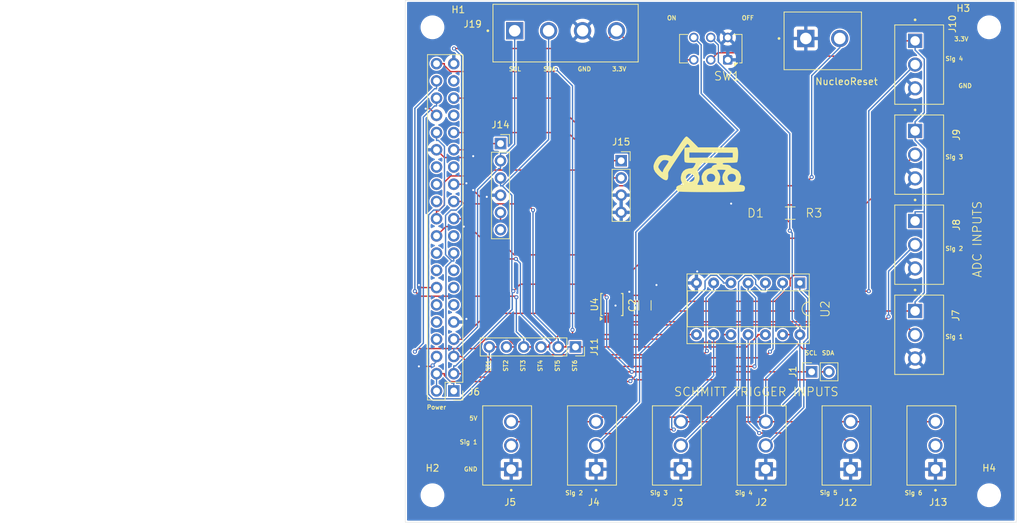
<source format=kicad_pcb>
(kicad_pcb (version 20240108) (generator "pcbnew") (generator_version "8.0")
  (layers (0 "F.Cu" signal) (31 "B.Cu" signal) (34 "B.Paste" user) (35 "F.Paste" user) (36 "B.SilkS" user "B.Silkscreen") (37 "F.SilkS" user "F.Silkscreen") (38 "B.Mask" user) (39 "F.Mask" user) (44 "Edge.Cuts" user))
  (net 0 "")
  (net 1 "GND")
  (net 2 "3.3V")
  (net 3 "Net-(J2-Pad2)")
  (net 4 "5V")
  (net 5 "Net-(J3-Pad2)")
  (net 6 "Net-(J4-Pad2)")
  (net 7 "Net-(J5-Pad2)")
  (net 8 "ST 4")
  (net 9 "/I2C_1_SCL")
  (net 10 "/UART_2_RX")
  (net 11 "/gpio232")
  (net 12 "/gpio194")
  (net 13 "/gpio20")
  (net 14 "/I2C_1_SDA")
  (net 15 "IMU nRESET")
  (net 16 "SCL")
  (net 17 "SDA")
  (net 18 "ST 1")
  (net 19 "ADC ALERT")
  (net 20 "/gpio15")
  (net 21 "/gpio50")
  (net 22 "ST 3")
  (net 23 "/gpio14")
  (net 24 "IMU INT")
  (net 25 "/UART_2_TX")
  (net 26 "/gpio19")
  (net 27 "/gpio79")
  (net 28 "COM 3")
  (net 29 "/gpio12")
  (net 30 "/gpio16")
  (net 31 "/gpio13")
  (net 32 "/gpio38")
  (net 33 "ST 2")
  (net 34 "ST 6")
  (net 36 "/ADC/Signal 4")
  (net 37 "/ADC/Signal 3")
  (net 38 "/ADC/Signal 1")
  (net 39 "/ADC/Signal 2")
  (net 40 "/ADC/3.3V")
  (net 41 "/SchmittTrigger(74LV14)/5V")
  (net 42 "Net-(D1-Pad2)")
  (net 43 "ST 5")
  (net 44 "Net-(J12-Pad2)")
  (net 45 "Net-(J13-Pad2)")
  (footprint "MountingHole:MountingHole_3mm" (layer "F.Cu") (at 171 144)
    (property "Reference" "H4")
    (property "Value" "MountingHole")
  )
  (footprint "TBP03R2_350_03BE(1):CUI_TBP03R2-350-03BE" (layer "F.Cu") (at 125.6 140.1625 90)
    (property "Reference" "J3")
    (property "Value" "TBP03R2-350-03BE")
  )
  (footprint "TBP03R2_350_03BE(1):CUI_TBP03R2-350-03BE" (layer "F.Cu") (at 160.1 116.8375 -90)
    (property "Reference" "J7")
    (property "Value" "TBP03R2-350-03BE" (hide yes))
  )
  (footprint "TBP03R2_350_03BE(1):CUI_TBP03R2-350-03BE" (layer "F.Cu") (at 113.1 140.1625 90)
    (property "Reference" "J4")
    (property "Value" "TBP03R2-350-03BE")
  )
  (footprint "TerminalBlock:CUI_TBP04R2-500-02BE" (layer "F.Cu") (at 144 76.65)
    (property "Reference" "NucleoReset")
    (property "Value" "TBP04R2-500-02BE")
  )
  (footprint "Package_SO:TSSOP-10_3x3mm_P0.5mm" (layer "F.Cu") (at 115.43 115.88 90)
    (property "Reference" "U4")
    (property "Value" "ADS1115IDGS")
  )
  (footprint "Connector_PinHeader_2.54mm:PinHeader_2x20_P2.54mm_Vertical" (layer "F.Cu") (at 92.14 128.62 180)
    (property "Reference" "J6")
    (property "Value" "40_Pin_Jetson_Connector")
  )
  (footprint "TBP03R2_350_03BE(1):CUI_TBP03R2-350-03BE" (layer "F.Cu") (at 160.1 77 -90)
    (property "Reference" "J10")
    (property "Value" "TBP03R2-350-03BE")
  )
  (footprint "Connector_PinSocket_2.54mm:PinSocket_1x06_P2.54mm_Vertical" (layer "F.Cu") (at 110.07 122.13 -90)
    (property "Reference" "J11")
    (property "Value" "ST DEBUG")
  )
  (footprint "TBP03R2_350_03BE(1):CUI_TBP03R2-350-03BE" (layer "F.Cu") (at 160.1 103.5583 -90)
    (property "Reference" "J8")
    (property "Value" "TBP03R2-350-03BE" (hide yes))
  )
  (footprint "TBP03R2_350_03BE(1):CUI_TBP03R2-350-03BE" (layer "F.Cu") (at 160.1 90.2792 -90)
    (property "Reference" "J9")
    (property "Value" "TBP03R2-350-03BE")
  )
  (footprint "MountingHole:MountingHole_3mm" (layer "F.Cu") (at 89 144)
    (property "Reference" "H2")
    (property "Value" "MountingHole")
  )
  (footprint "Connector_PinSocket_2.54mm:PinSocket_1x02_P2.54mm_Vertical" (layer "F.Cu") (at 144.86 125.8 90)
    (property "Reference" "J1")
    (property "Value" "I2C_2 DEBUG")
  )
  (footprint "MountingHole:MountingHole_3mm" (layer "F.Cu") (at 171 75)
    (property "Reference" "H3")
    (property "Value" "MountingHole")
  )
  (footprint "TerminalBlock:TBP04R2-500-04BE" (layer "F.Cu") (at 101.11 75.51)
    (property "Reference" "J19")
    (property "Value" "external i2c bus")
  )
  (footprint "Connector_PinSocket_2.54mm:PinSocket_1x06_P2.54mm_Vertical" (layer "F.Cu") (at 99.025 92.145)
    (property "Reference" "J14")
    (property "Value" "IMU_6")
  )
  (footprint "LTST_C191KGKT:0603" (layer "F.Cu") (at 133.6 102.4)
    (property "Reference" "D1")
    (property "Value" "LTST-C191KGKT")
  )
  (footprint "Button_Switch_THT:SW_CK_JS202011AQN_DPDT_Angled" (layer "F.Cu") (at 132.5 79.8 180)
    (property "Reference" "SW1")
    (property "Value" "SW_Push_DPDT")
  )
  (footprint "TBP03R2_350_03BE(1):CUI_TBP03R2-350-03BE" (layer "F.Cu") (at 163.1 140.1625 90)
    (property "Reference" "J13")
    (property "Value" "TBP03R2-350-03BE")
  )
  (footprint "TBP03R2_350_03BE(1):CUI_TBP03R2-350-03BE" (layer "F.Cu") (at 150.6 140.1625 90)
    (property "Reference" "J12")
    (property "Value" "TBP03R2-350-03BE")
  )
  (footprint "LOGO" (layer "F.Cu") (at 128.621177 95.665687)
    (property "Reference" "G***" (hide yes))
    (property "Value" "LOGO" (hide yes))
  )
  (footprint "Package_DIP:DIP-14_W7.62mm_Socket" (layer "F.Cu") (at 143.125 112.7 -90)
    (property "Reference" "U2" (hide yes))
    (property "Value" "74LV14")
  )
  (footprint "TBP03R2_350_03BE(1):CUI_TBP03R2-350-03BE" (layer "F.Cu") (at 138.1 140.1625 90)
    (property "Reference" "J2")
    (property "Value" "TBP03R2-350-03BE")
  )
  (footprint "Capacitor_SMD:C_1206_3216Metric" (layer "F.Cu") (at 120.3 116 90)
    (property "Reference" "C2")
    (property "Value" "0.1u")
  )
  (footprint "MountingHole:MountingHole_3mm" (layer "F.Cu") (at 89 75)
    (property "Reference" "H1")
    (property "Value" "MountingHole")
  )
  (footprint "TBP03R2_350_03BE(1):CUI_TBP03R2-350-03BE" (layer "F.Cu") (at 100.6 140.1625 90)
    (property "Reference" "J5")
    (property "Value" "TBP03R2-350-03BE")
  )
  (footprint "Connector_PinSocket_2.54mm:PinSocket_1x04_P2.54mm_Vertical" (layer "F.Cu") (at 116.8 94.67)
    (property "Reference" "J15")
    (property "Value" "IMU_4")
  )
  (footprint "Resistor_SMD:R_1206_3216Metric" (layer "F.Cu") (at 141.7 102.4)
    (property "Reference" "R3")
    (property "Value" "270")
  )
  (gr_rect (start 85 71) (end 175 148) (stroke (width 0.05)) (fill none) (layer "Edge.Cuts"))
  (gr_text "Sig 3" (at 164.5 94.5 0) (layer "F.SilkS") (effects (font (size 0.635 0.635) (thickness 0.127) (bold yes)) (justify left bottom)))
  (gr_text "ST1" (at 97.63 125.83 90) (layer "F.SilkS") (effects (font (size 0.635 0.635) (thickness 0.127) (bold yes)) (justify left bottom)))
  (gr_text "Sig 3" (at 121 144.0325 0) (layer "F.SilkS") (effects (font (size 0.635 0.635) (thickness 0.127) (bold yes)) (justify left bottom)))
  (gr_text "3.3V" (at 115.4 81.53 0) (layer "F.SilkS") (effects (font (size 0.635 0.635) (thickness 0.127)) (justify left bottom)))
  (gr_text "Sig 2\n" (at 108.5 144.0325 0) (layer "F.SilkS") (effects (font (size 0.635 0.635) (thickness 0.127)) (justify left bottom)))
  (gr_text "Sig 1" (at 92.9475 136.5325 0) (layer "F.SilkS") (effects (font (size 0.635 0.635) (thickness 0.127) (bold yes)) (justify left bottom)))
  (gr_text "Sig 2" (at 164.5 108 0) (layer "F.SilkS") (effects (font (size 0.635 0.635) (thickness 0.127) (bold yes)) (justify left bottom)))
  (gr_text "Sig 4" (at 164.5 80 0) (layer "F.SilkS") (effects (font (size 0.635 0.635) (thickness 0.127) (bold yes)) (justify left bottom)))
  (gr_text "ST2" (at 100.17 125.83 90) (layer "F.SilkS") (effects (font (size 0.635 0.635) (thickness 0.127) (bold yes)) (justify left bottom)))
  (gr_text "ST5" (at 107.79 125.83 90) (layer "F.SilkS") (effects (font (size 0.635 0.635) (thickness 0.127) (bold yes)) (justify left bottom)))
  (gr_text "SCL" (at 143.8 123.4 0) (layer "F.SilkS") (effects (font (size 0.635 0.635) (thickness 0.127) (bold yes)) (justify left bottom)))
  (gr_text "Sig 5" (at 146 144 0) (layer "F.SilkS") (effects (font (size 0.635 0.635) (thickness 0.127) (bold yes)) (justify left bottom)))
  (gr_text "Sig 4" (at 133.5 144.0325 0) (layer "F.SilkS") (effects (font (size 0.635 0.635) (thickness 0.127) (bold yes)) (justify left bottom)))
  (gr_text "SDA" (at 146.3 123.4 0) (layer "F.SilkS") (effects (font (size 0.635 0.635) (thickness 0.127) (bold yes)) (justify left bottom)))
  (gr_text "5V\n" (at 94.368691 133.0325 0) (layer "F.SilkS") (effects (font (size 0.635 0.635) (thickness 0.127)) (justify left bottom)))
  (gr_text "ST4" (at 105.25 125.83 90) (layer "F.SilkS") (effects (font (size 0.635 0.635) (thickness 0.127) (bold yes)) (justify left bottom)))
  (gr_text "SCHMITT TRIGGER INPUTS" (at 124.5 129.5 0) (layer "F.SilkS") (effects (font (size 1.27 1.27) (thickness 0.127)) (justify left bottom)))
  (gr_text "Sig 6" (at 158.5 144.0325 0) (layer "F.SilkS") (effects (font (size 0.635 0.635) (thickness 0.127) (bold yes)) (justify left bottom)))
  (gr_text "Sig 1" (at 164.5 121 0) (layer "F.SilkS") (effects (font (size 0.635 0.635) (thickness 0.127) (bold yes)) (justify left bottom)))
  (gr_text "3.3V" (at 165.8 77.1 0) (layer "F.SilkS") (effects (font (size 0.635 0.635) (thickness 0.127)) (justify left bottom)))
  (gr_text "SDA" (at 105.26 81.53 0) (layer "F.SilkS") (effects (font (size 0.635 0.635) (thickness 0.127)) (justify left bottom)))
  (gr_text "U2" (at 147.6 117.9 90) (layer "F.SilkS") (effects (font (size 1.27 1.27) (thickness 0.127)) (justify left bottom)))
  (gr_text "ADC INPUTS" (at 170 112 90) (layer "F.SilkS") (effects (font (size 1.27 1.27) (thickness 0.127)) (justify left bottom)))
  (gr_text "ST3" (at 102.71 125.83 90) (layer "F.SilkS") (effects (font (size 0.635 0.635) (thickness 0.127) (bold yes)) (justify left bottom)))
  (gr_text "GND" (at 110.33 81.53 0) (layer "F.SilkS") (effects (font (size 0.635 0.635) (thickness 0.127)) (justify left bottom)))
  (gr_text "Power" (at 88.1 131.4 0) (layer "F.SilkS") (effects (font (size 0.635 0.635) (thickness 0.127) (bold yes)) (justify left bottom)))
  (gr_text "GND" (at 93.582501 140.5325 0) (layer "F.SilkS") (effects (font (size 0.635 0.635) (thickness 0.127)) (justify left bottom)))
  (gr_text "ST6" (at 110.33 125.83 90) (layer "F.SilkS") (effects (font (size 0.635 0.635) (thickness 0.127) (bold yes)) (justify left bottom)))
  (gr_text "OFF" (at 134.5 74 0) (layer "F.SilkS") (effects (font (size 0.635 0.635) (thickness 0.127)) (justify left bottom)))
  (gr_text "ON" (at 123.5 74 0) (layer "F.SilkS") (effects (font (size 0.635 0.635) (thickness 0.127)) (justify left bottom)))
  (gr_text "GND" (at 166.4175 84 0) (layer "F.SilkS") (effects (font (size 0.635 0.635) (thickness 0.127)) (justify left bottom)))
  (gr_text "SCL\n" (at 100.19 81.53 0) (layer "F.SilkS") (effects (font (size 0.635 0.635) (thickness 0.127)) (justify left bottom)))
  (segment (start 89.6 105.76) (end 90.9716 104.388) (width 0.2) (layer "F.Cu") (net 1))
  (segment (start 90.75 94.21) (end 94.79 94.21) (width 0.2) (layer "F.Cu") (net 1))
  (segment (start 115.43 118.03) (end 115.43 116.57) (width 0.2) (layer "F.Cu") (net 1))
  (segment (start 120.3 114.525) (end 118.525 114.525) (width 0.2) (layer "F.Cu") (net 1))
  (segment (start 127.885 111.115) (end 128 111) (width 0.2) (layer "F.Cu") (net 1))
  (segment (start 132.75 101.25) (end 133 101) (width 0.2) (layer "F.Cu") (net 1))
  (segment (start 88.883 125) (end 87 125) (width 0.2) (layer "F.Cu") (net 1))
  (segment (start 115.43 116.57) (end 115.965 116.035) (width 0.2) (layer "F.Cu") (net 1))
  (segment (start 88.62 87) (end 88 87) (width 0.2) (layer "F.Cu") (net 1))
  (segment (start 118.525 114.525) (end 118 114) (width 0.2) (layer "F.Cu") (net 1))
  (segment (start 121.825 113) (end 122 113) (width 0.2) (layer "F.Cu") (net 1))
  (segment (start 96 100) (end 95 99) (width 0.2) (layer "F.Cu") (net 1))
  (segment (start 127.885 112.7) (end 127.885 111.115) (width 0.2) (layer "F.Cu") (net 1))
  (segment (start 95 99) (end 94 99) (width 0.2) (layer "F.Cu") (net 1))
  (segment (start 89.6 87.98) (end 88.62 87) (width 0.2) (layer "F.Cu") (net 1))
  (segment (start 87.3899 113.38) (end 87.0099 113) (width 0.2) (layer "F.Cu") (net 1))
  (segment (start 93.86 98.14) (end 94 98) (width 0.2) (layer "F.Cu") (net 1))
  (segment (start 93.54 118.46) (end 94 118) (width 0.2) (layer "F.Cu") (net 1))
  (segment (start 90.9716 104.388) (end 93.6116 104.388) (width 0.2) (layer "F.Cu") (net 1))
  (segment (start 89.6 113.38) (end 87.3899 113.38) (width 0.2) (layer "F.Cu") (net 1))
  (segment (start 120.3 114.525) (end 121.825 113) (width 0.2) (layer "F.Cu") (net 1))
  (segment (start 92.14 118.46) (end 93.54 118.46) (width 0.2) (layer "F.Cu") (net 1))
  (segment (start 97 100) (end 96 100) (width 0.2) (layer "F.Cu") (net 1))
  (segment (start 132.75 102.4) (end 132.75 101.25) (width 0.2) (layer "F.Cu") (net 1))
  (segment (start 94.79 94.21) (end 95 94) (width 0.2) (layer "F.Cu") (net 1))
  (segment (start 92.14 98.14) (end 93.86 98.14) (width 0.2) (layer "F.Cu") (net 1))
  (segment (start 89.024 124.859) (end 88.883 125) (width 0.2) (layer "F.Cu") (net 1))
  (segment (start 89.6 93.06) (end 90.75 94.21) (width 0.2) (layer "F.Cu") (net 1))
  (via (at 133 101) (size 0.6) (drill 0.3) (layers "F.Cu" "B.Cu") (net 1))
  (via (at 118 114) (size 0.6) (drill 0.3) (layers "F.Cu" "B.Cu") (net 1))
  (via (at 89.024 124.859) (size 0.6) (drill 0.3) (layers "F.Cu" "B.Cu") (net 1))
  (via (at 87 125) (size 0.6) (drill 0.3) (layers "F.Cu" "B.Cu") (net 1))
  (via (at 87.0099 113) (size 0.6) (drill 0.3) (layers "F.Cu" "B.Cu") (net 1))
  (via (at 128 111) (size 0.6) (drill 0.3) (layers "F.Cu" "B.Cu") (net 1))
  (via (at 97 100) (size 0.6) (drill 0.3) (layers "F.Cu" "B.Cu") (net 1))
  (via (at 88 87) (size 0.6) (drill 0.3) (layers "F.Cu" "B.Cu") (net 1))
  (via (at 94 98) (size 0.6) (drill 0.3) (layers "F.Cu" "B.Cu") (net 1))
  (via (at 122 113) (size 0.6) (drill 0.3) (layers "F.Cu" "B.Cu") (net 1))
  (via (at 115.965 116.035) (size 0.6) (drill 0.3) (layers "F.Cu" "B.Cu") (net 1))
  (via (at 95 99) (size 0.6) (drill 0.3) (layers "F.Cu" "B.Cu") (net 1))
  (via (at 94 118) (size 0.6) (drill 0.3) (layers "F.Cu" "B.Cu") (net 1))
  (via (at 93.6116 104.388) (size 0.6) (drill 0.3) (layers "F.Cu" "B.Cu") (net 1))
  (via (at 95 94) (size 0.6) (drill 0.3) (layers "F.Cu" "B.Cu") (net 1))
  (segment (start 89.6 124.283) (end 89.024 124.859) (width 0.2) (layer "B.Cu") (net 1))
  (segment (start 89.6 123.54) (end 89.6 124.283) (width 0.2) (layer "B.Cu") (net 1))
  (segment (start 97.235 99.765) (end 97 100) (width 0.2) (layer "B.Cu") (net 1))
  (segment (start 99.025 99.765) (end 97.235 99.765) (width 0.2) (layer "B.Cu") (net 1))
  (segment (start 120.4 79.8) (end 116.11 75.51) (width 0.2) (layer "F.Cu") (net 2))
  (segment (start 113.492 78.1278) (end 116.11 75.51) (width 0.2) (layer "F.Cu") (net 2))
  (segment (start 92.1743 78.1278) (end 113.492 78.1278) (width 0.2) (layer "F.Cu") (net 2))
  (segment (start 127.5 79.8) (end 120.4 79.8) (width 0.2) (layer "F.Cu") (net 2))
  (via (at 92.1743 78.1278) (size 0.6) (drill 0.3) (layers "F.Cu" "B.Cu") (net 2))
  (segment (start 91.7216 101.95) (end 92.5059 101.95) (width 0.2) (layer "B.Cu") (net 2))
  (segment (start 92.14 109.452) (end 91.8521 109.452) (width 0.2) (layer "B.Cu") (net 2))
  (segment (start 91.8521 109.452) (end 90.9883 110.316) (width 0.2) (layer "B.Cu") (net 2))
  (segment (start 91.8521 109.452) (end 90.9299 108.53) (width 0.2) (layer "B.Cu") (net 2))
  (segment (start 92.14 127.468) (end 92.14 128.62) (width 0.2) (layer "B.Cu") (net 2))
  (segment (start 90.9883 110.316) (end 90.9883 126.605) (width 0.2) (layer "B.Cu") (net 2))
  (segment (start 90.9883 126.605) (end 91.852 127.468) (width 0.2) (layer "B.Cu") (net 2))
  (segment (start 91.852 127.468) (end 92.14 127.468) (width 0.2) (layer "B.Cu") (net 2))
  (segment (start 90.9299 102.742) (end 91.7216 101.95) (width 0.2) (layer "B.Cu") (net 2))
  (segment (start 90.9299 108.53) (end 90.9299 102.742) (width 0.2) (layer "B.Cu") (net 2))
  (segment (start 92.5059 101.95) (end 93.2917 101.164) (width 0.2) (layer "B.Cu") (net 2))
  (segment (start 93.2917 79.2452) (end 92.1743 78.1278) (width 0.2) (layer "B.Cu") (net 2))
  (segment (start 92.14 108.3) (end 92.14 109.452) (width 0.2) (layer "B.Cu") (net 2))
  (segment (start 93.2917 101.164) (end 93.2917 79.2452) (width 0.2) (layer "B.Cu") (net 2))
  (segment (start 138.1 136.662) (end 138.1 136.6625) (width 0.2) (layer "B.Cu") (net 3))
  (segment (start 143.708 121.422) (end 143.708 131.054) (width 0.2) (layer "B.Cu") (net 3))
  (segment (start 144.292 120.838) (end 143.708 121.422) (width 0.2) (layer "B.Cu") (net 3))
  (segment (start 143.125 112.7) (end 143.125 113.802) (width 0.2) (layer "B.Cu") (net 3))
  (segment (start 143.708 131.054) (end 138.1 136.662) (width 0.2) (layer "B.Cu") (net 3))
  (segment (start 144.292 114.968) (end 144.292 120.838) (width 0.2) (layer "B.Cu") (net 3))
  (segment (start 143.125 113.802) (end 144.292 114.968) (width 0.2) (layer "B.Cu") (net 3))
  (segment (start 118.1 127.239) (end 91.6422 127.239) (width 0.2) (layer "F.Cu") (net 4))
  (segment (start 118.157 127.182) (end 118.1 127.239) (width 0.2) (layer "F.Cu") (net 4))
  (segment (start 91.6422 127.239) (end 90.7517 126.348) (width 0.2) (layer "F.Cu") (net 4))
  (segment (start 90.7517 126.08) (end 89.6 126.08) (width 0.2) (layer "F.Cu") (net 4))
  (segment (start 90.7517 126.348) (end 90.7517 126.08) (width 0.2) (layer "F.Cu") (net 4))
  (via (at 118.157 127.182) (size 0.6) (drill 0.3) (layers "F.Cu" "B.Cu") (net 4))
  (segment (start 127.5 76.5) (end 128.585 77.5848) (width 0.2) (layer "B.Cu") (net 4))
  (segment (start 134 90.1625) (end 118.962 105.201) (width 0.2) (layer "B.Cu") (net 4))
  (segment (start 118.962 105.201) (end 118.962 126.377) (width 0.2) (layer "B.Cu") (net 4))
  (segment (start 118.962 126.377) (end 118.157 127.182) (width 0.2) (layer "B.Cu") (net 4))
  (segment (start 89.6 126.08) (end 89.6 128.62) (width 0.2) (layer "B.Cu") (net 4))
  (segment (start 128.585 77.5848) (end 128.585 84.7473) (width 0.2) (layer "B.Cu") (net 4))
  (segment (start 128.585 84.7473) (end 134 90.1625) (width 0.2) (layer "B.Cu") (net 4))
  (segment (start 134.088 128.174) (end 125.6 136.662) (width 0.2) (layer "B.Cu") (net 5))
  (segment (start 134.088 112.559) (end 134.088 128.174) (width 0.2) (layer "B.Cu") (net 5))
  (segment (start 138.045 112.7) (end 138.045 113.802) (width 0.2) (layer "B.Cu") (net 5))
  (segment (start 137.549 113.802) (end 136.607 112.859) (width 0.2) (layer "B.Cu") (net 5))
  (segment (start 135.049 111.598) (end 134.088 112.559) (width 0.2) (layer "B.Cu") (net 5))
  (segment (start 125.6 136.662) (end 125.6 136.6625) (width 0.2) (layer "B.Cu") (net 5))
  (segment (start 135.961 111.598) (end 135.049 111.598) (width 0.2) (layer "B.Cu") (net 5))
  (segment (start 136.607 112.244) (end 135.961 111.598) (width 0.2) (layer "B.Cu") (net 5))
  (segment (start 136.607 112.859) (end 136.607 112.244) (width 0.2) (layer "B.Cu") (net 5))
  (segment (start 138.045 113.802) (end 137.549 113.802) (width 0.2) (layer "B.Cu") (net 5))
  (segment (start 113.1 136.6625) (end 113.1 136.662) (width 0.2) (layer "B.Cu") (net 6))
  (segment (start 132.965 112.7) (end 131.863 112.7) (width 0.2) (layer "B.Cu") (net 6))
  (segment (start 129.976 111.571) (end 129.155 112.392) (width 0.2) (layer "B.Cu") (net 6))
  (segment (start 129.155 113.54) (end 119.508 123.188) (width 0.2) (layer "B.Cu") (net 6))
  (segment (start 129.155 112.392) (end 129.155 113.54) (width 0.2) (layer "B.Cu") (net 6))
  (segment (start 131.863 112.7) (end 131.863 112.562) (width 0.2) (layer "B.Cu") (net 6))
  (segment (start 130.872 111.571) (end 129.976 111.571) (width 0.2) (layer "B.Cu") (net 6))
  (segment (start 119.508 130.255) (end 113.1 136.662) (width 0.2) (layer "B.Cu") (net 6))
  (segment (start 119.508 123.188) (end 119.508 130.255) (width 0.2) (layer "B.Cu") (net 6))
  (segment (start 131.863 112.562) (end 130.872 111.571) (width 0.2) (layer "B.Cu") (net 6))
  (segment (start 102.35 134.912) (end 100.6 136.662) (width 0.2) (layer "F.Cu") (net 7))
  (segment (start 124.541 134.313) (end 123.502 134.313) (width 0.2) (layer "F.Cu") (net 7))
  (segment (start 123.502 134.313) (end 122.903 134.912) (width 0.2) (layer "F.Cu") (net 7))
  (segment (start 122.903 134.912) (end 102.35 134.912) (width 0.2) (layer "F.Cu") (net 7))
  (segment (start 100.6 136.662) (end 100.6 136.6625) (width 0.2) (layer "F.Cu") (net 7))
  (via (at 124.541 134.313) (size 0.6) (drill 0.3) (layers "F.Cu" "B.Cu") (net 7))
  (segment (start 124.248 132.528) (end 124.248 134.02) (width 0.2) (layer "B.Cu") (net 7))
  (segment (start 124.248 134.02) (end 124.541 134.313) (width 0.2) (layer "B.Cu") (net 7))
  (segment (start 130.425 120.32) (end 130.425 126.351) (width 0.2) (layer "B.Cu") (net 7))
  (segment (start 130.425 126.351) (end 124.248 132.528) (width 0.2) (layer "B.Cu") (net 7))
  (segment (start 106.875 81.5238) (end 91.647 81.5238) (width 0.2) (layer "F.Cu") (net 8))
  (segment (start 107.683 120.32) (end 109.632 120.32) (width 0.2) (layer "F.Cu") (net 8))
  (segment (start 106.142 121.862) (end 107.683 120.32) (width 0.2) (layer "F.Cu") (net 8))
  (segment (start 109.632 120.32) (end 127.885 120.32) (width 0.2) (layer "F.Cu") (net 8))
  (segment (start 91.647 81.5238) (end 90.7517 80.6285) (width 0.2) (layer "F.Cu") (net 8))
  (segment (start 109.632 120.32) (end 109.632 119.624) (width 0.2) (layer "F.Cu") (net 8))
  (segment (start 106.142 122.13) (end 106.142 121.862) (width 0.2) (layer "F.Cu") (net 8))
  (segment (start 90.7517 80.36) (end 89.6 80.36) (width 0.2) (layer "F.Cu") (net 8))
  (segment (start 107.194 81.2052) (end 106.875 81.5238) (width 0.2) (layer "F.Cu") (net 8))
  (segment (start 90.7517 80.6285) (end 90.7517 80.36) (width 0.2) (layer "F.Cu") (net 8))
  (segment (start 104.99 122.13) (end 106.142 122.13) (width 0.2) (layer "F.Cu") (net 8))
  (via (at 107.194 81.2052) (size 0.6) (drill 0.3) (layers "F.Cu" "B.Cu") (net 8))
  (via (at 109.632 119.624) (size 0.6) (drill 0.3) (layers "F.Cu" "B.Cu") (net 8))
  (segment (start 109.632 83.6439) (end 107.194 81.2052) (width 0.2) (layer "B.Cu") (net 8))
  (segment (start 109.632 119.624) (end 109.632 83.6439) (width 0.2) (layer "B.Cu") (net 8))
  (segment (start 96.9583 93.06) (end 97.8733 92.145) (width 0.2) (layer "F.Cu") (net 15))
  (segment (start 97.8733 92.145) (end 99.025 92.145) (width 0.2) (layer "F.Cu") (net 15))
  (segment (start 92.14 93.06) (end 96.9583 93.06) (width 0.2) (layer "F.Cu") (net 15))
  (segment (start 95.5517 125.8) (end 93.2917 123.54) (width 0.2) (layer "F.Cu") (net 16))
  (segment (start 144.86 125.8) (end 118.36 125.8) (width 0.2) (layer "F.Cu") (net 16))
  (segment (start 118.36 125.8) (end 95.5517 125.8) (width 0.2) (layer "F.Cu") (net 16))
  (segment (start 114.664 114.838) (end 114.43 114.604) (width 0.2) (layer "F.Cu") (net 16))
  (segment (start 93.2917 123.54) (end 92.14 123.54) (width 0.2) (layer "F.Cu") (net 16))
  (segment (start 114.43 114.604) (end 114.43 113.73) (width 0.2) (layer "F.Cu") (net 16))
  (via (at 114.664 114.838) (size 0.6) (drill 0.3) (layers "F.Cu" "B.Cu") (net 16))
  (via (at 118.36 125.8) (size 0.6) (drill 0.3) (layers "F.Cu" "B.Cu") (net 16))
  (segment (start 95.6418 98.9514) (end 95.6418 119.174) (width 0.2) (layer "B.Cu") (net 16))
  (segment (start 92.4279 122.388) (end 92.14 122.388) (width 0.2) (layer "B.Cu") (net 16))
  (segment (start 99.8168 93.5333) (end 101.11 92.2401) (width 0.2) (layer "B.Cu") (net 16))
  (segment (start 99.025 94.685) (end 99.025 93.5333) (width 0.2) (layer "B.Cu") (net 16))
  (segment (start 98.7565 95.8367) (end 95.6418 98.9514) (width 0.2) (layer "B.Cu") (net 16))
  (segment (start 95.6418 119.174) (end 92.4279 122.388) (width 0.2) (layer "B.Cu") (net 16))
  (segment (start 99.025 94.685) (end 99.025 95.8367) (width 0.2) (layer "B.Cu") (net 16))
  (segment (start 92.14 122.388) (end 92.14 123.54) (width 0.2) (layer "B.Cu") (net 16))
  (segment (start 101.11 92.2401) (end 101.11 75.51) (width 0.2) (layer "B.Cu") (net 16))
  (segment (start 114.664 114.838) (end 114.664 122.104) (width 0.2) (layer "B.Cu") (net 16))
  (segment (start 99.025 93.5333) (end 99.8168 93.5333) (width 0.2) (layer "B.Cu") (net 16))
  (segment (start 114.664 122.104) (end 118.36 125.8) (width 0.2) (layer "B.Cu") (net 16))
  (segment (start 99.025 95.8367) (end 98.7565 95.8367) (width 0.2) (layer "B.Cu") (net 16))
  (segment (start 147.4 125.8) (end 146.248 125.8) (width 0.2) (layer "F.Cu") (net 17))
  (segment (start 145.864 126.976) (end 118.802 126.976) (width 0.2) (layer "F.Cu") (net 17))
  (segment (start 93.792 126.58) (end 93.2917 126.08) (width 0.2) (layer "F.Cu") (net 17))
  (segment (start 101.934 112.878) (end 100.903 113.909) (width 0.2) (layer "F.Cu") (net 17))
  (segment (start 146.248 126.592) (end 145.864 126.976) (width 0.2) (layer "F.Cu") (net 17))
  (segment (start 118.802 126.976) (end 118.406 126.58) (width 0.2) (layer "F.Cu") (net 17))
  (segment (start 93.2917 126.08) (end 92.14 126.08) (width 0.2) (layer "F.Cu") (net 17))
  (segment (start 146.248 125.8) (end 146.248 126.592) (width 0.2) (layer "F.Cu") (net 17))
  (segment (start 118.406 126.58) (end 93.792 126.58) (width 0.2) (layer "F.Cu") (net 17))
  (segment (start 114.93 112.878) (end 101.934 112.878) (width 0.2) (layer "F.Cu") (net 17))
  (segment (start 114.93 113.73) (end 114.93 112.878) (width 0.2) (layer "F.Cu") (net 17))
  (via (at 100.903 113.909) (size 0.6) (drill 0.3) (layers "F.Cu" "B.Cu") (net 17))
  (segment (start 100.903 113.909) (end 100.755 114.058) (width 0.2) (layer "B.Cu") (net 17))
  (segment (start 99.2935 98.3767) (end 100.695 99.7785) (width 0.2) (layer "B.Cu") (net 17))
  (segment (start 99.025 97.225) (end 99.025 98.3767) (width 0.2) (layer "B.Cu") (net 17))
  (segment (start 92.14 124.928) (end 92.14 126.08) (width 0.2) (layer "B.Cu") (net 17))
  (segment (start 99.025 98.3767) (end 99.2935 98.3767) (width 0.2) (layer "B.Cu") (net 17))
  (segment (start 100.695 99.7785) (end 100.695 113.701) (width 0.2) (layer "B.Cu") (net 17))
  (segment (start 100.755 116.582) (end 92.4085 124.928) (width 0.2) (layer "B.Cu") (net 17))
  (segment (start 92.4085 124.928) (end 92.14 124.928) (width 0.2) (layer "B.Cu") (net 17))
  (segment (start 100.695 113.701) (end 100.903 113.909) (width 0.2) (layer "B.Cu") (net 17))
  (segment (start 100.755 114.058) (end 100.755 116.582) (width 0.2) (layer "B.Cu") (net 17))
  (segment (start 99.2935 98.3767) (end 106.11 91.5602) (width 0.2) (layer "B.Cu") (net 17))
  (segment (start 106.11 91.5602) (end 106.11 75.51) (width 0.2) (layer "B.Cu") (net 17))
  (segment (start 98.5217 122.13) (end 98.5217 122.418) (width 0.2) (layer "F.Cu") (net 18))
  (segment (start 137.827 123.732) (end 138.73 122.829) (width 0.2) (layer "F.Cu") (net 18))
  (segment (start 97.37 122.13) (end 98.5217 122.13) (width 0.2) (layer "F.Cu") (net 18))
  (segment (start 98.5217 122.418) (end 99.8353 123.732) (width 0.2) (layer "F.Cu") (net 18))
  (segment (start 99.8353 123.732) (end 137.827 123.732) (width 0.2) (layer "F.Cu") (net 18))
  (via (at 138.73 122.829) (size 0.6) (drill 0.3) (layers "F.Cu" "B.Cu") (net 18))
  (segment (start 89.1054 129.784) (end 88.424 129.103) (width 0.2) (layer "B.Cu") (net 18))
  (segment (start 89.1561 101.95) (end 90.0528 101.95) (width 0.2) (layer "B.Cu") (net 18))
  (segment (start 90.7678 92.571) (end 89.8685 91.6717) (width 0.2) (layer "B.Cu") (net 18))
  (segment (start 97.37 125.56) (end 93.1456 129.784) (width 0.2) (layer "B.Cu") (net 18))
  (segment (start 89.8685 91.6717) (end 89.6 91.6717) (width 0.2) (layer "B.Cu") (net 18))
  (segment (start 88.424 129.103) (end 88.424 102.682) (width 0.2) (layer "B.Cu") (net 18))
  (segment (start 140.585 113.802) (end 139.174 115.213) (width 0.2) (layer "B.Cu") (net 18))
  (segment (start 139.174 115.213) (end 139.174 122.385) (width 0.2) (layer "B.Cu") (net 18))
  (segment (start 140.585 112.7) (end 140.585 113.802) (width 0.2) (layer "B.Cu") (net 18))
  (segment (start 93.1456 129.784) (end 89.1054 129.784) (width 0.2) (layer "B.Cu") (net 18))
  (segment (start 89.6 91.6717) (end 89.6 90.52) (width 0.2) (layer "B.Cu") (net 18))
  (segment (start 90.0528 101.95) (end 90.7678 101.235) (width 0.2) (layer "B.Cu") (net 18))
  (segment (start 139.174 122.385) (end 138.73 122.829) (width 0.2) (layer "B.Cu") (net 18))
  (segment (start 90.7678 101.235) (end 90.7678 92.571) (width 0.2) (layer "B.Cu") (net 18))
  (segment (start 88.424 102.682) (end 89.1561 101.95) (width 0.2) (layer "B.Cu") (net 18))
  (segment (start 97.37 122.13) (end 97.37 125.56) (width 0.2) (layer "B.Cu") (net 18))
  (segment (start 97.1134 117.178) (end 93.2917 121) (width 0.2) (layer "F.Cu") (net 19))
  (segment (start 93.2917 121) (end 92.14 121) (width 0.2) (layer "F.Cu") (net 19))
  (segment (start 114.93 118.03) (end 114.93 117.178) (width 0.2) (layer "F.Cu") (net 19))
  (segment (start 114.93 117.178) (end 97.1134 117.178) (width 0.2) (layer "F.Cu") (net 19))
  (segment (start 128.882 123.286) (end 129.435 122.733) (width 0.2) (layer "F.Cu") (net 22))
  (segment (start 102.45 122.13) (end 103.602 122.13) (width 0.2) (layer "F.Cu") (net 22))
  (segment (start 101.204 114.65) (end 101.357 114.803) (width 0.2) (layer "F.Cu") (net 22))
  (segment (start 103.602 122.13) (end 103.602 122.418) (width 0.2) (layer "F.Cu") (net 22))
  (segment (start 103.602 122.418) (end 104.47 123.286) (width 0.2) (layer "F.Cu") (net 22))
  (segment (start 104.47 123.286) (end 128.882 123.286) (width 0.2) (layer "F.Cu") (net 22))
  (segment (start 87.1506 114.65) (end 101.204 114.65) (width 0.2) (layer "F.Cu") (net 22))
  (segment (start 86.4099 113.909) (end 87.1506 114.65) (width 0.2) (layer "F.Cu") (net 22))
  (via (at 129.435 122.733) (size 0.6) (drill 0.3) (layers "F.Cu" "B.Cu") (net 22))
  (via (at 101.357 114.803) (size 0.6) (drill 0.3) (layers "F.Cu" "B.Cu") (net 22))
  (via (at 86.4099 113.909) (size 0.6) (drill 0.3) (layers "F.Cu" "B.Cu") (net 22))
  (segment (start 129.435 122.733) (end 129.295 122.593) (width 0.2) (layer "B.Cu") (net 22))
  (segment (start 130.425 113.802) (end 130.425 112.7) (width 0.2) (layer "B.Cu") (net 22))
  (segment (start 86.4099 86.9539) (end 86.4099 113.909) (width 0.2) (layer "B.Cu") (net 22))
  (segment (start 129.295 114.932) (end 130.425 113.802) (width 0.2) (layer "B.Cu") (net 22))
  (segment (start 102.45 120.978) (end 101.357 119.885) (width 0.2) (layer "B.Cu") (net 22))
  (segment (start 101.357 119.885) (end 101.357 114.803) (width 0.2) (layer "B.Cu") (net 22))
  (segment (start 102.45 122.13) (end 102.45 120.978) (width 0.2) (layer "B.Cu") (net 22))
  (segment (start 89.6 84.0517) (end 89.3121 84.0517) (width 0.2) (layer "B.Cu") (net 22))
  (segment (start 89.3121 84.0517) (end 86.4099 86.9539) (width 0.2) (layer "B.Cu") (net 22))
  (segment (start 89.6 82.9) (end 89.6 84.0517) (width 0.2) (layer "B.Cu") (net 22))
  (segment (start 129.295 122.593) (end 129.295 114.932) (width 0.2) (layer "B.Cu") (net 22))
  (segment (start 115.648 97.21) (end 108.958 90.52) (width 0.2) (layer "F.Cu") (net 24))
  (segment (start 108.958 90.52) (end 92.14 90.52) (width 0.2) (layer "F.Cu") (net 24))
  (segment (start 116.8 97.21) (end 115.648 97.21) (width 0.2) (layer "F.Cu") (net 24))
  (segment (start 115.648 94.67) (end 116.8 94.67) (width 0.2) (layer "F.Cu") (net 28))
  (segment (start 92.14 85.44) (end 106.418 85.44) (width 0.2) (layer "F.Cu") (net 28))
  (segment (start 106.418 85.44) (end 115.648 94.67) (width 0.2) (layer "F.Cu") (net 28))
  (segment (start 114.485 98.3652) (end 143.586 98.3652) (width 0.2) (layer "F.Cu") (net 31))
  (segment (start 89.6 102.068) (end 89.888 102.068) (width 0.2) (layer "F.Cu") (net 31))
  (segment (start 89.888 102.068) (end 90.7517 101.205) (width 0.2) (layer "F.Cu") (net 31))
  (segment (start 97.9968 96.052) (end 112.172 96.052) (width 0.2) (layer "F.Cu") (net 31))
  (segment (start 90.7517 101.205) (end 90.7517 97.8399) (width 0.2) (layer "F.Cu") (net 31))
  (segment (start 89.6 103.22) (end 89.6 102.068) (width 0.2) (layer "F.Cu") (net 31))
  (segment (start 97.1275 96.9213) (end 97.9968 96.052) (width 0.2) (layer "F.Cu") (net 31))
  (segment (start 91.6703 96.9213) (end 97.1275 96.9213) (width 0.2) (layer "F.Cu") (net 31))
  (segment (start 112.172 96.052) (end 114.485 98.3652) (width 0.2) (layer "F.Cu") (net 31))
  (segment (start 90.7517 97.8399) (end 91.6703 96.9213) (width 0.2) (layer "F.Cu") (net 31))
  (segment (start 143.586 98.3652) (end 144.865 97.0866) (width 0.2) (layer "F.Cu") (net 31))
  (via (at 144.865 97.0866) (size 0.6) (drill 0.3) (layers "F.Cu" "B.Cu") (net 31))
  (segment (start 144.865 97.0866) (end 144.865 82.1351) (width 0.2) (layer "B.Cu") (net 31))
  (segment (start 149 78) (end 149 76.65) (width 0.2) (layer "B.Cu") (net 31))
  (segment (start 144.865 82.1351) (end 149 78) (width 0.2) (layer "B.Cu") (net 31))
  (segment (start 100.148 120.928) (end 96.8445 120.928) (width 0.2) (layer "F.Cu") (net 33))
  (segment (start 98.5904 125.008) (end 95.6777 122.095) (width 0.2) (layer "F.Cu") (net 33))
  (segment (start 95.6777 122.095) (end 95.398 122.374) (width 0.2) (layer "F.Cu") (net 33))
  (segment (start 136.44 125.008) (end 98.5904 125.008) (width 0.2) (layer "F.Cu") (net 33))
  (segment (start 99.91 122.13) (end 101.062 122.13) (width 0.2) (layer "F.Cu") (net 33))
  (segment (start 95.398 122.374) (end 86.864 122.374) (width 0.2) (layer "F.Cu") (net 33))
  (segment (start 101.062 121.842) (end 100.148 120.928) (width 0.2) (layer "F.Cu") (net 33))
  (segment (start 101.062 122.13) (end 101.062 121.842) (width 0.2) (layer "F.Cu") (net 33))
  (segment (start 86.864 122.374) (end 86.4099 122.829) (width 0.2) (layer "F.Cu") (net 33))
  (segment (start 96.8445 120.928) (end 95.6777 122.095) (width 0.2) (layer "F.Cu") (net 33))
  (via (at 86.4099 122.829) (size 0.6) (drill 0.3) (layers "F.Cu" "B.Cu") (net 33))
  (via (at 136.44 125.008) (size 0.6) (drill 0.3) (layers "F.Cu" "B.Cu") (net 33))
  (segment (start 135.505 113.802) (end 136.609 114.905) (width 0.2) (layer "B.Cu") (net 33))
  (segment (start 89.3121 86.5917) (end 87.6586 88.2452) (width 0.2) (layer "B.Cu") (net 33))
  (segment (start 89.6 86.5917) (end 89.3121 86.5917) (width 0.2) (layer "B.Cu") (net 33))
  (segment (start 135.505 112.7) (end 135.505 113.802) (width 0.2) (layer "B.Cu") (net 33))
  (segment (start 136.609 114.905) (end 136.609 124.839) (width 0.2) (layer "B.Cu") (net 33))
  (segment (start 136.609 124.839) (end 136.44 125.008) (width 0.2) (layer "B.Cu") (net 33))
  (segment (start 87.6586 88.2452) (end 87.6586 121.58) (width 0.2) (layer "B.Cu") (net 33))
  (segment (start 89.6 85.44) (end 89.6 86.5917) (width 0.2) (layer "B.Cu") (net 33))
  (segment (start 87.6586 121.58) (end 86.4099 122.829) (width 0.2) (layer "B.Cu") (net 33))
  (segment (start 135.271 122.13) (end 110.07 122.13) (width 0.2) (layer "F.Cu") (net 34))
  (segment (start 99.2278 109.156) (end 93.2917 103.22) (width 0.2) (layer "F.Cu") (net 34))
  (segment (start 136.943 120.458) (end 135.271 122.13) (width 0.2) (layer "F.Cu") (net 34))
  (segment (start 138.045 120.32) (end 136.943 120.32) (width 0.2) (layer "F.Cu") (net 34))
  (segment (start 136.943 120.32) (end 136.943 120.458) (width 0.2) (layer "F.Cu") (net 34))
  (segment (start 93.2917 103.22) (end 92.14 103.22) (width 0.2) (layer "F.Cu") (net 34))
  (segment (start 101.297 109.156) (end 99.2278 109.156) (width 0.2) (layer "F.Cu") (net 34))
  (via (at 101.297 109.156) (size 0.6) (drill 0.3) (layers "F.Cu" "B.Cu") (net 34))
  (segment (start 110.07 122.13) (end 108.918 122.13) (width 0.2) (layer "B.Cu") (net 34))
  (segment (start 101.958 109.818) (end 101.297 109.156) (width 0.2) (layer "B.Cu") (net 34))
  (segment (start 106.26 122.525) (end 106.26 121.51) (width 0.2) (layer "B.Cu") (net 34))
  (segment (start 101.958 117.208) (end 101.958 109.818) (width 0.2) (layer "B.Cu") (net 34))
  (segment (start 106.26 121.51) (end 101.958 117.208) (width 0.2) (layer "B.Cu") (net 34))
  (segment (start 108.918 122.418) (end 108.05 123.286) (width 0.2) (layer "B.Cu") (net 34))
  (segment (start 108.918 122.13) (end 108.918 122.418) (width 0.2) (layer "B.Cu") (net 34))
  (segment (start 107.021 123.286) (end 106.26 122.525) (width 0.2) (layer "B.Cu") (net 34))
  (segment (start 108.05 123.286) (end 107.021 123.286) (width 0.2) (layer "B.Cu") (net 34))
  (segment (start 146.361 113.909) (end 144.05 111.598) (width 0.2) (layer "F.Cu") (net 36))
  (segment (start 115.93 114.582) (end 115.93 113.73) (width 0.2) (layer "F.Cu") (net 36))
  (segment (start 142.17 111.598) (end 141.687 112.082) (width 0.2) (layer "F.Cu") (net 36))
  (segment (start 139.439 115.404) (end 116.752 115.404) (width 0.2) (layer "F.Cu") (net 36))
  (segment (start 153.278 113.909) (end 146.361 113.909) (width 0.2) (layer "F.Cu") (net 36))
  (segment (start 116.752 115.404) (end 115.93 114.582) (width 0.2) (layer "F.Cu") (net 36))
  (segment (start 141.687 112.082) (end 141.687 113.156) (width 0.2) (layer "F.Cu") (net 36))
  (segment (start 141.687 113.156) (end 139.439 115.404) (width 0.2) (layer "F.Cu") (net 36))
  (segment (start 144.05 111.598) (end 142.17 111.598) (width 0.2) (layer "F.Cu") (net 36))
  (via (at 153.278 113.909) (size 0.6) (drill 0.3) (layers "F.Cu" "B.Cu") (net 36))
  (segment (start 153.278 87.322) (end 160.1 80.5) (width 0.2) (layer "B.Cu") (net 36))
  (segment (start 153.278 113.909) (end 153.278 87.322) (width 0.2) (layer "B.Cu") (net 36))
  (segment (start 123.199 106.109) (end 116.43 112.878) (width 0.2) (layer "F.Cu") (net 37))
  (segment (start 147.77 106.109) (end 123.199 106.109) (width 0.2) (layer "F.Cu") (net 37))
  (segment (start 116.43 112.878) (end 116.43 113.73) (width 0.2) (layer "F.Cu") (net 37))
  (segment (start 160.1 93.7792) (end 147.77 106.109) (width 0.2) (layer "F.Cu") (net 37))
  (segment (start 115.93 118.882) (end 158.644 118.882) (width 0.2) (layer "F.Cu") (net 38))
  (segment (start 159.0085 119.246) (end 160.1 120.3375) (width 0.2) (layer "F.Cu") (net 38))
  (segment (start 115.93 118.03) (end 115.93 118.882) (width 0.2) (layer "F.Cu") (net 38))
  (segment (start 159.008 119.246) (end 159.0085 119.246) (width 0.2) (layer "F.Cu") (net 38))
  (segment (start 159.008 119.246) (end 159.372 119.61) (width 0.2) (layer "F.Cu") (net 38))
  (segment (start 158.644 118.882) (end 159.008 119.246) (width 0.2) (layer "F.Cu") (net 38))
  (segment (start 155.425 118.416) (end 156.188 117.653) (width 0.2) (layer "F.Cu") (net 39))
  (segment (start 116.816 118.416) (end 155.425 118.416) (width 0.2) (layer "F.Cu") (net 39))
  (segment (start 116.43 118.03) (end 116.816 118.416) (width 0.2) (layer "F.Cu") (net 39))
  (via (at 156.188 117.653) (size 0.6) (drill 0.3) (layers "F.Cu" "B.Cu") (net 39))
  (segment (start 156.188 110.971) (end 158.3381 108.8201) (width 0.2) (layer "B.Cu") (net 39))
  (segment (start 156.188 117.653) (end 156.188 110.971) (width 0.2) (layer "B.Cu") (net 39))
  (segment (start 158.3381 108.8201) (end 158.926 108.232) (width 0.2) (layer "B.Cu") (net 39))
  (segment (start 158.3382 108.8201) (end 160.1 107.0583) (width 0.2) (layer "B.Cu") (net 39))
  (segment (start 158.3381 108.8201) (end 158.3382 108.8201) (width 0.2) (layer "B.Cu") (net 39))
  (segment (start 118.253 117.475) (end 115.43 114.652) (width 0.2) (layer "F.Cu") (net 40))
  (segment (start 140.603 79.2517) (end 140.109 78.7584) (width 0.2) (layer "F.Cu") (net 40))
  (segment (start 131.042 78.7584) (end 130 79.8) (width 0.2) (layer "F.Cu") (net 40))
  (segment (start 158.748 77) (end 156.497 79.2517) (width 0.2) (layer "F.Cu") (net 40))
  (segment (start 160.1 77) (end 158.748 77) (width 0.2) (layer "F.Cu") (net 40))
  (segment (start 115.43 114.652) (end 115.43 113.73) (width 0.2) (layer "F.Cu") (net 40))
  (segment (start 160.0995 116.838) (end 120.938 116.838) (width 0.2) (layer "F.Cu") (net 40))
  (segment (start 101.034 108.554) (end 97.8522 105.372) (width 0.2) (layer "F.Cu") (net 40))
  (segment (start 97.8522 105.372) (end 97.8522 104.342) (width 0.2) (layer "F.Cu") (net 40))
  (segment (start 111.188 108.554) (end 101.034 108.554) (width 0.2) (layer "F.Cu") (net 40))
  (segment (start 99.025 103.457) (end 99.025 102.305) (width 0.2) (layer "F.Cu") (net 40))
  (segment (start 120.3 117.475) (end 118.253 117.475) (width 0.2) (layer "F.Cu") (net 40))
  (segment (start 115.43 113.73) (end 115.43 112.796) (width 0.2) (layer "F.Cu") (net 40))
  (segment (start 140.109 78.7584) (end 131.042 78.7584) (width 0.2) (layer "F.Cu") (net 40))
  (segment (start 115.43 112.796) (end 111.188 108.554) (width 0.2) (layer "F.Cu") (net 40))
  (segment (start 156.497 79.2517) (end 140.603 79.2517) (width 0.2) (layer "F.Cu") (net 40))
  (segment (start 98.7371 103.457) (end 99.025 103.457) (width 0.2) (layer "F.Cu") (net 40))
  (segment (start 97.8522 104.342) (end 98.7371 103.457) (width 0.2) (layer "F.Cu") (net 40))
  (segment (start 160.1 116.838) (end 160.0995 116.838) (width 0.2) (layer "F.Cu") (net 40))
  (segment (start 160.0995 116.838) (end 160.1 116.8375) (width 0.2) (layer "F.Cu") (net 40))
  (segment (start 120.938 116.838) (end 120.3 117.475) (width 0.2) (layer "F.Cu") (net 40))
  (segment (start 161.452 92.9826) (end 161.452 102.207) (width 0.2) (layer "B.Cu") (net 40))
  (segment (start 160.1 116.8375) (end 160.1 116.838) (width 0.2) (layer "B.Cu") (net 40))
  (segment (start 161.452 79.7034) (end 160.1 78.3517) (width 0.2) (layer "B.Cu") (net 40))
  (segment (start 161.452 102.207) (end 161.452 114.134) (width 0.2) (layer "B.Cu") (net 40))
  (segment (start 160.1 90.2792) (end 160.1 88.9275) (width 0.2) (layer "B.Cu") (net 40))
  (segment (start 160.1 78.3517) (end 160.1 77) (width 0.2) (layer "B.Cu") (net 40))
  (segment (start 161.452 87.5758) (end 161.452 79.7034) (width 0.2) (layer "B.Cu") (net 40))
  (segment (start 160.1 88.9275) (end 161.452 87.5758) (width 0.2) (layer "B.Cu") (net 40))
  (segment (start 160.1 90.2792) (end 160.1 91.6309) (width 0.2) (layer "B.Cu") (net 40))
  (segment (start 160.1 91.6309) (end 161.452 92.9826) (width 0.2) (layer "B.Cu") (net 40))
  (segment (start 160.1 103.558) (end 160.1 102.207) (width 0.2) (layer "B.Cu") (net 40))
  (segment (start 160.1 115.486) (end 160.1 116.8375) (width 0.2) (layer "B.Cu") (net 40))
  (segment (start 160.1 102.207) (end 161.452 102.207) (width 0.2) (layer "B.Cu") (net 40))
  (segment (start 160.1 103.558) (end 160.1 103.5583) (width 0.2) (layer "B.Cu") (net 40))
  (segment (start 161.452 114.134) (end 160.1 115.486) (width 0.2) (layer "B.Cu") (net 40))
  (segment (start 140.2375 102.4) (end 141.0128 103.1753) (width 0.2) (layer "F.Cu") (net 41))
  (segment (start 125.6005 133.162) (end 125.6 133.1625) (width 0.2) (layer "F.Cu") (net 41))
  (segment (start 150.6 133.1625) (end 150.6 133.162) (width 0.2) (layer "F.Cu") (net 41))
  (segment (start 100.6005 133.162) (end 100.6 133.1625) (width 0.2) (layer "F.Cu") (net 41))
  (segment (start 163.0995 133.162) (end 150.6 133.162) (width 0.2) (layer "F.Cu") (net 41))
  (segment (start 141.0128 103.1758) (end 140.938 103.101) (width 0.2) (layer "F.Cu") (net 41))
  (segment (start 125.6005 133.162) (end 125.6 133.162) (width 0.2) (layer "F.Cu") (net 41))
  (segment (start 150.6 133.162) (end 138.1 133.162) (width 0.2) (layer "F.Cu") (net 41))
  (segment (start 113.0995 133.162) (end 113.1 133.162) (width 0.2) (layer "F.Cu") (net 41))
  (segment (start 163.0995 133.162) (end 163.1 133.1625) (width 0.2) (layer "F.Cu") (net 41))
  (segment (start 113.774 132.488) (end 137.426 132.488) (width 0.2) (layer "F.Cu") (net 41))
  (segment (start 141.639 103.802) (end 141.0128 103.1758) (width 0.2) (layer "F.Cu") (net 41))
  (segment (start 163.1 133.162) (end 163.0995 133.162) (width 0.2) (layer "F.Cu") (net 41))
  (segment (start 138.1 133.162) (end 125.6005 133.162) (width 0.2) (layer "F.Cu") (net 41))
  (segment (start 113.1 133.162) (end 113.774 132.488) (width 0.2) (layer "F.Cu") (net 41))
  (segment (start 100.6005 133.162) (end 113.0995 133.162) (width 0.2) (layer "F.Cu") (net 41))
  (segment (start 141.0128 103.1753) (end 141.0128 103.1758) (width 0.2) (layer "F.Cu") (net 41))
  (segment (start 141.639 104.99) (end 141.639 103.802) (width 0.2) (layer "F.Cu") (net 41))
  (segment (start 113.0995 133.162) (end 113.1 133.1625) (width 0.2) (layer "F.Cu") (net 41))
  (segment (start 138.1 133.162) (end 138.1 133.1625) (width 0.2) (layer "F.Cu") (net 41))
  (segment (start 137.426 132.488) (end 138.1 133.162) (width 0.2) (layer "F.Cu") (net 41))
  (segment (start 100.6 133.162) (end 100.6005 133.162) (width 0.2) (layer "F.Cu") (net 41))
  (via (at 141.639 104.99) (size 0.6) (drill 0.3) (layers "F.Cu" "B.Cu") (net 41))
  (segment (start 143.125 119.218) (end 143.125 120.32) (width 0.2) (layer "B.Cu") (net 41))
  (segment (start 138.1 133.1625) (end 138.1 126.7472) (width 0.2) (layer "B.Cu") (net 41))
  (segment (start 143.125 128.138) (end 140.612 130.65) (width 0.2) (layer "B.Cu") (net 41))
  (segment (start 141.996 105.347) (end 141.996 118.09) (width 0.2) (layer "B.Cu") (net 41))
  (segment (start 141.639 90.6718) (end 141.639 104.99) (width 0.2) (layer "B.Cu") (net 41))
  (segment (start 141.996 118.09) (end 143.125 119.218) (width 0.2) (layer "B.Cu") (net 41))
  (segment (start 141.639 104.99) (end 141.996 105.347) (width 0.2) (layer "B.Cu") (net 41))
  (segment (start 138.1 126.7472) (end 143.125 121.7222) (width 0.2) (layer "B.Cu") (net 41))
  (segment (start 143.125 120.32) (end 143.125 121.7222) (width 0.2) (layer "B.Cu") (net 41))
  (segment (start 130 76.5) (end 131.118 77.6176) (width 0.2) (layer "B.Cu") (net 41))
  (segment (start 131.118 80.1502) (end 141.639 90.6718) (width 0.2) (layer "B.Cu") (net 41))
  (segment (start 143.125 121.7222) (end 143.125 128.138) (width 0.2) (layer "B.Cu") (net 41))
  (segment (start 131.118 77.6176) (end 131.118 80.1502) (width 0.2) (layer "B.Cu") (net 41))
  (segment (start 141.948 101.185) (end 142.555 101.792) (width 0.2) (layer "F.Cu") (net 42))
  (segment (start 134.45 101.598) (end 134.863 101.185) (width 0.2) (layer "F.Cu") (net 42))
  (segment (start 134.45 102.4) (end 134.45 101.598) (width 0.2) (layer "F.Cu") (net 42))
  (segment (start 143.1625 102.3995) (end 143.1625 102.4) (width 0.2) (layer "F.Cu") (net 42))
  (segment (start 142.555 101.792) (end 143.1625 102.3995) (width 0.2) (layer "F.Cu") (net 42))
  (segment (start 134.863 101.185) (end 141.948 101.185) (width 0.2) (layer "F.Cu") (net 42))
  (segment (start 108.682 122.13) (end 107.53 122.13) (width 0.2) (layer "F.Cu") (net 43))
  (segment (start 130.881 121.44) (end 127.245 121.44) (width 0.2) (layer "F.Cu") (net 43))
  (segment (start 126.783 120.978) (end 109.019 120.978) (width 0.2) (layer "F.Cu") (net 43))
  (segment (start 127.245 121.44) (end 126.783 120.978) (width 0.2) (layer "F.Cu") (net 43))
  (segment (start 131.863 120.32) (end 131.863 120.458) (width 0.2) (layer "F.Cu") (net 43))
  (segment (start 108.682 121.316) (end 108.682 122.13) (width 0.2) (layer "F.Cu") (net 43))
  (segment (start 109.019 120.978) (end 108.682 121.316) (width 0.2) (layer "F.Cu") (net 43))
  (segment (start 102.89 101.035) (end 103.813 101.958) (width 0.2) (layer "F.Cu") (net 43))
  (segment (start 92.14 100.68) (end 93.2917 100.68) (width 0.2) (layer "F.Cu") (net 43))
  (segment (start 131.863 120.458) (end 130.881 121.44) (width 0.2) (layer "F.Cu") (net 43))
  (segment (start 132.965 120.32) (end 131.863 120.32) (width 0.2) (layer "F.Cu") (net 43))
  (segment (start 93.6467 101.035) (end 102.89 101.035) (width 0.2) (layer "F.Cu") (net 43))
  (segment (start 93.2917 100.68) (end 93.6467 101.035) (width 0.2) (layer "F.Cu") (net 43))
  (via (at 103.813 101.958) (size 0.6) (drill 0.3) (layers "F.Cu" "B.Cu") (net 43))
  (segment (start 107.53 122.13) (end 107.53 120.978) (width 0.2) (layer "B.Cu") (net 43))
  (segment (start 107.53 120.978) (end 103.813 117.261) (width 0.2) (layer "B.Cu") (net 43))
  (segment (start 103.813 117.261) (end 103.813 101.958) (width 0.2) (layer "B.Cu") (net 43))
  (segment (start 148.766 134.828) (end 150.6 136.662) (width 0.2) (layer "F.Cu") (net 44))
  (segment (start 137.134 134.828) (end 148.766 134.828) (width 0.2) (layer "F.Cu") (net 44))
  (segment (start 150.6 136.662) (end 150.6 136.6625) (width 0.2) (layer "F.Cu") (net 44))
  (via (at 137.134 134.828) (size 0.6) (drill 0.3) (layers "F.Cu" "B.Cu") (net 44))
  (segment (start 135.505 120.32) (end 135.505 133.199) (width 0.2) (layer "B.Cu") (net 44))
  (segment (start 135.505 133.199) (end 137.134 134.828) (width 0.2) (layer "B.Cu") (net 44))
  (segment (start 164.452 132.599) (end 154.249 122.395) (width 0.2) (layer "F.Cu") (net 45))
  (segment (start 143.534 122.395) (end 141.687 120.548) (width 0.2) (layer "F.Cu") (net 45))
  (segment (start 164.452 135.31) (end 164.452 132.599) (width 0.2) (layer "F.Cu") (net 45))
  (segment (start 154.249 122.395) (end 143.534 122.395) (width 0.2) (layer "F.Cu") (net 45))
  (segment (start 141.687 120.32) (end 140.585 120.32) (width 0.2) (layer "F.Cu") (net 45))
  (segment (start 163.1 136.662) (end 164.452 135.31) (width 0.2) (layer "F.Cu") (net 45))
  (segment (start 141.687 120.548) (end 141.687 120.32) (width 0.2) (layer "F.Cu") (net 45))
  (segment (start 163.1 136.662) (end 163.1 136.6625) (width 0.2) (layer "F.Cu") (net 45))
  (zone (net 1) (net_name "GND") (layer "B.Cu") (name "ground") (connect_pads (clearance 0)) (min_thickness 0.25) (fill yes (thermal_gap 0.5) (thermal_bridge_width 0.5) (island_removal_mode 1) (island_area_min 10))
    (polygon (pts (xy 85 71) (xy 85 148) (xy 175 148) (xy 175 71)))
  )
)
</source>
